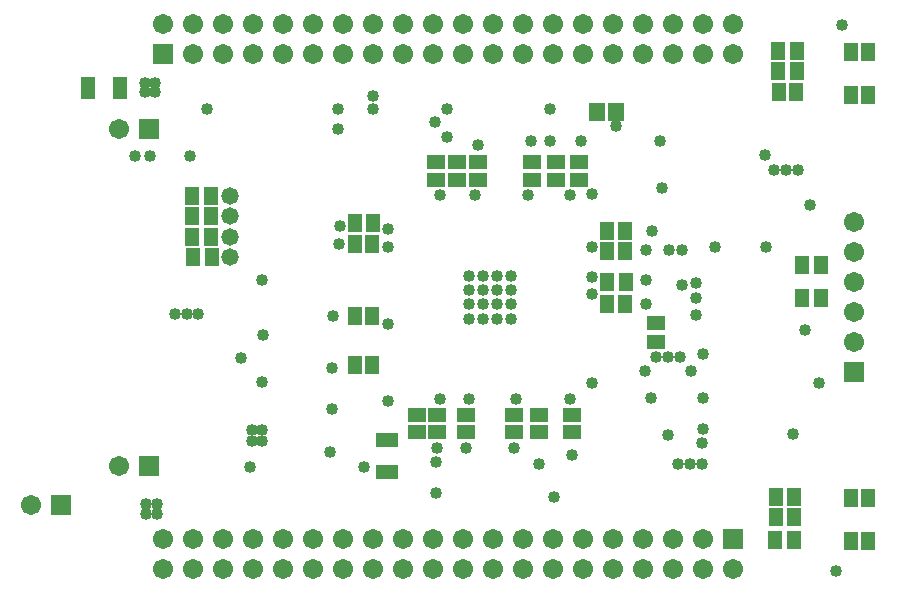
<source format=gbs>
%FSLAX24Y24*%
%MOIN*%
G70*
G01*
G75*
G04 Layer_Color=16711935*
%ADD10C,0.0100*%
%ADD11R,0.0512X0.0394*%
%ADD12O,0.0984X0.0276*%
%ADD13R,0.0394X0.0512*%
%ADD14R,0.0551X0.0433*%
%ADD15R,0.0433X0.0551*%
%ADD16R,0.0512X0.0591*%
%ADD17R,0.1299X0.1063*%
%ADD18R,0.0394X0.1063*%
%ADD19R,0.0472X0.0551*%
%ADD20R,0.0551X0.0630*%
%ADD21R,0.0500X0.0300*%
%ADD22O,0.0118X0.0827*%
%ADD23O,0.0827X0.0118*%
%ADD24R,0.1693X0.1693*%
%ADD25C,0.0200*%
%ADD26C,0.0300*%
%ADD27C,0.0250*%
%ADD28C,0.0600*%
%ADD29C,0.0400*%
%ADD30C,0.0150*%
%ADD31C,0.0079*%
%ADD32R,0.1830X0.1120*%
%ADD33R,0.2080X0.2124*%
%ADD34R,0.0790X0.5280*%
%ADD35R,0.0810X0.1960*%
%ADD36R,0.1310X0.3350*%
%ADD37R,0.1010X0.0210*%
%ADD38R,0.1490X0.1470*%
%ADD39R,0.0370X0.4820*%
%ADD40R,0.0770X0.0910*%
%ADD41R,0.0920X0.5210*%
%ADD42R,0.1260X0.1830*%
%ADD43R,0.1490X0.6150*%
%ADD44R,0.3870X0.4260*%
%ADD45R,0.1270X0.5300*%
%ADD46R,0.1950X0.1110*%
%ADD47R,0.2270X0.0510*%
%ADD48R,0.0780X0.2500*%
%ADD49R,0.1520X0.0820*%
%ADD50R,0.1890X0.1040*%
%ADD51R,0.3710X0.3070*%
%ADD52R,0.1740X0.1110*%
%ADD53R,0.1460X0.3920*%
%ADD54R,0.2270X0.3010*%
%ADD55R,0.0820X0.6210*%
%ADD56R,0.0810X0.5750*%
%ADD57R,0.1610X0.3230*%
%ADD58R,0.0810X0.1040*%
%ADD59R,0.0470X0.5180*%
%ADD60R,0.1430X0.1840*%
%ADD61R,0.1550X0.2090*%
%ADD62R,0.1370X0.4960*%
%ADD63R,0.0720X0.4310*%
%ADD64R,0.4940X0.1510*%
%ADD65R,0.0710X0.2250*%
%ADD66R,0.4950X0.2010*%
%ADD67R,0.1150X1.2100*%
%ADD68R,0.1490X0.7050*%
%ADD69R,0.0640X0.1540*%
%ADD70R,0.1130X0.1610*%
%ADD71R,0.3340X0.1210*%
%ADD72R,0.1110X0.1490*%
%ADD73R,0.1390X0.1590*%
%ADD74R,0.3241X0.0974*%
%ADD75R,0.1470X0.0847*%
%ADD76R,0.1260X0.9560*%
%ADD77R,0.1100X0.3420*%
%ADD78R,0.1180X0.0590*%
%ADD79R,0.0830X0.3230*%
%ADD80R,0.1820X0.0900*%
%ADD81R,0.0850X0.1900*%
%ADD82R,0.1770X0.0950*%
%ADD83R,0.0591X0.0591*%
%ADD84C,0.0591*%
%ADD85R,0.0591X0.0591*%
%ADD86C,0.0320*%
%ADD87C,0.0500*%
%ADD88R,0.0413X0.0551*%
%ADD89R,0.0669X0.0433*%
%ADD90R,0.0433X0.0669*%
%ADD91R,0.5810X0.0400*%
%ADD92R,0.1370X0.1190*%
%ADD93R,0.0260X0.2940*%
%ADD94R,0.0610X0.3620*%
%ADD95R,0.1330X0.0650*%
%ADD96R,0.0400X0.4480*%
%ADD97R,0.2410X0.0450*%
%ADD98R,0.0890X0.3400*%
%ADD99R,0.6880X0.0610*%
%ADD100R,0.1880X0.3480*%
%ADD101R,0.7920X0.0350*%
%ADD102R,0.0310X0.3890*%
%ADD103R,0.0890X0.0960*%
%ADD104R,0.2450X0.2860*%
%ADD105R,0.0960X0.0910*%
%ADD106R,0.2300X0.1250*%
%ADD107R,0.1320X0.0920*%
%ADD108R,0.1430X0.0570*%
%ADD109R,0.0600X0.2880*%
%ADD110R,0.1560X0.1200*%
%ADD111R,0.0510X0.2190*%
%ADD112R,0.0810X0.0450*%
%ADD113R,0.8040X0.0410*%
%ADD114R,0.1080X0.2300*%
%ADD115R,0.0530X0.1260*%
%ADD116R,0.0690X0.1090*%
%ADD117R,0.3970X0.0570*%
%ADD118R,0.0670X0.1760*%
%ADD119R,0.2440X0.1760*%
%ADD120R,0.3080X0.1760*%
%ADD121R,0.3360X0.3810*%
%ADD122R,0.3950X0.2010*%
%ADD123R,0.5290X0.1430*%
%ADD124R,0.1080X0.1370*%
%ADD125R,0.4870X0.0400*%
%ADD126R,0.3310X0.0720*%
%ADD127R,0.0640X0.3170*%
%ADD128R,1.4780X0.0490*%
%ADD129R,0.8680X0.0890*%
%ADD130R,0.2310X0.1210*%
%ADD131R,0.0660X0.7140*%
%ADD132R,0.3910X0.1760*%
%ADD133R,0.1190X0.4160*%
%ADD134R,0.6620X0.0690*%
%ADD135R,0.1720X0.3830*%
%ADD136R,0.0560X0.2760*%
%ADD137R,0.6730X0.0390*%
%ADD138R,0.2390X0.0640*%
%ADD139R,0.4150X0.0630*%
%ADD140R,0.5920X0.0470*%
%ADD141R,0.3050X0.2190*%
%ADD142R,0.0600X0.1180*%
%ADD143R,0.0840X0.2610*%
%ADD144R,0.4730X0.1350*%
%ADD145R,0.1830X1.0120*%
%ADD146R,0.2560X0.0720*%
%ADD147R,0.2990X0.2490*%
%ADD148R,0.1090X0.5830*%
%ADD149R,0.8340X0.8340*%
%ADD150R,0.3240X0.0960*%
%ADD151R,0.2210X0.1000*%
%ADD152R,0.1070X0.0400*%
%ADD153R,0.0610X0.1460*%
%ADD154R,0.0460X0.1390*%
%ADD155R,0.3240X0.0430*%
%ADD156R,0.0570X0.1510*%
%ADD157R,0.1660X0.0570*%
%ADD158R,0.2810X0.2110*%
%ADD159R,0.0630X0.1380*%
%ADD160R,0.1810X0.0340*%
%ADD161R,0.7090X0.0860*%
%ADD162R,0.1020X0.1410*%
%ADD163R,0.3440X0.0470*%
%ADD164R,0.0670X0.1580*%
%ADD165R,0.0560X0.6510*%
%ADD166R,2.0860X0.0750*%
%ADD167R,0.1230X0.1040*%
%ADD168R,0.1030X0.1670*%
%ADD169R,0.1220X0.0770*%
%ADD170R,0.0490X0.1560*%
%ADD171R,0.1030X0.1940*%
%ADD172R,0.0940X0.1560*%
%ADD173C,0.0098*%
%ADD174C,0.0236*%
%ADD175C,0.0080*%
%ADD176R,0.0592X0.0474*%
%ADD177O,0.1064X0.0356*%
%ADD178R,0.0474X0.0592*%
%ADD179R,0.0631X0.0513*%
%ADD180R,0.0513X0.0631*%
%ADD181R,0.0592X0.0671*%
%ADD182R,0.1379X0.1143*%
%ADD183R,0.0474X0.1143*%
%ADD184R,0.0552X0.0631*%
%ADD185R,0.0631X0.0710*%
%ADD186R,0.0580X0.0380*%
%ADD187O,0.0198X0.0907*%
%ADD188O,0.0907X0.0198*%
%ADD189R,0.1773X0.1773*%
%ADD190R,0.0671X0.0671*%
%ADD191C,0.0671*%
%ADD192R,0.0671X0.0671*%
%ADD193C,0.0400*%
%ADD194C,0.0580*%
%ADD195R,0.0493X0.0631*%
%ADD196R,0.0749X0.0513*%
%ADD197R,0.0513X0.0749*%
D176*
X21980Y8165D02*
D03*
Y8795D02*
D03*
D178*
X20965Y10170D02*
D03*
X20335D02*
D03*
X6535Y11000D02*
D03*
X7165D02*
D03*
X6525Y11670D02*
D03*
X7155D02*
D03*
X6505Y12350D02*
D03*
X7135D02*
D03*
X6505Y13040D02*
D03*
X7135D02*
D03*
X26045Y17860D02*
D03*
X26675D02*
D03*
X26585Y1570D02*
D03*
X25955D02*
D03*
X26835Y10720D02*
D03*
X27465D02*
D03*
X27465Y9640D02*
D03*
X26835D02*
D03*
X25965Y2320D02*
D03*
X26595D02*
D03*
X26040Y17183D02*
D03*
X26670D02*
D03*
D179*
X19410Y13565D02*
D03*
Y14155D02*
D03*
X18630Y13565D02*
D03*
Y14155D02*
D03*
X17850Y13565D02*
D03*
Y14155D02*
D03*
X16050Y13565D02*
D03*
Y14155D02*
D03*
X15345Y13565D02*
D03*
Y14155D02*
D03*
X14640Y13565D02*
D03*
Y14155D02*
D03*
X19190Y5735D02*
D03*
Y5145D02*
D03*
X18070Y5735D02*
D03*
Y5145D02*
D03*
X17230Y5735D02*
D03*
Y5145D02*
D03*
X15660Y5735D02*
D03*
Y5145D02*
D03*
X14670Y5735D02*
D03*
Y5145D02*
D03*
X14000Y5735D02*
D03*
Y5145D02*
D03*
D180*
X12525Y7386D02*
D03*
X11935D02*
D03*
X12522Y9037D02*
D03*
X11932D02*
D03*
X12528Y11423D02*
D03*
X11937D02*
D03*
X12531Y12123D02*
D03*
X11941D02*
D03*
X20355Y11860D02*
D03*
X20945D02*
D03*
X20355Y11190D02*
D03*
X20945D02*
D03*
X20355Y9440D02*
D03*
X20945D02*
D03*
X26065Y16500D02*
D03*
X26655D02*
D03*
X25975Y3000D02*
D03*
X26565D02*
D03*
D184*
X20005Y15820D02*
D03*
X20635D02*
D03*
D190*
X24550Y1600D02*
D03*
X2160Y2740D02*
D03*
X5095Y4024D02*
D03*
X5095Y15273D02*
D03*
X5550Y17750D02*
D03*
D191*
X24550Y600D02*
D03*
X23550Y1600D02*
D03*
Y600D02*
D03*
X22550Y1600D02*
D03*
Y600D02*
D03*
X21550Y1600D02*
D03*
Y600D02*
D03*
X20550Y1600D02*
D03*
Y600D02*
D03*
X19550Y1600D02*
D03*
Y600D02*
D03*
X18550Y1600D02*
D03*
Y600D02*
D03*
X17550Y1600D02*
D03*
Y600D02*
D03*
X16550Y1600D02*
D03*
Y600D02*
D03*
X15550Y1600D02*
D03*
Y600D02*
D03*
X14550Y1600D02*
D03*
Y600D02*
D03*
X13550Y1600D02*
D03*
Y600D02*
D03*
X12550Y1600D02*
D03*
Y600D02*
D03*
X11550Y1600D02*
D03*
Y600D02*
D03*
X10550Y1600D02*
D03*
Y600D02*
D03*
X9550Y1600D02*
D03*
Y600D02*
D03*
X8550Y1600D02*
D03*
Y600D02*
D03*
X7550Y1600D02*
D03*
Y600D02*
D03*
X6550Y1600D02*
D03*
Y600D02*
D03*
X5550Y1600D02*
D03*
Y600D02*
D03*
X1160Y2740D02*
D03*
X4095Y4024D02*
D03*
X28580Y8150D02*
D03*
Y9150D02*
D03*
Y10150D02*
D03*
Y11150D02*
D03*
Y12150D02*
D03*
X4095Y15273D02*
D03*
X5550Y18750D02*
D03*
X6550Y17750D02*
D03*
Y18750D02*
D03*
X7550Y17750D02*
D03*
Y18750D02*
D03*
X8550Y17750D02*
D03*
Y18750D02*
D03*
X9550Y17750D02*
D03*
Y18750D02*
D03*
X10550Y17750D02*
D03*
Y18750D02*
D03*
X11550Y17750D02*
D03*
Y18750D02*
D03*
X12550Y17750D02*
D03*
Y18750D02*
D03*
X13550Y17750D02*
D03*
Y18750D02*
D03*
X14550Y17750D02*
D03*
Y18750D02*
D03*
X15550Y17750D02*
D03*
Y18750D02*
D03*
X16550Y17750D02*
D03*
Y18750D02*
D03*
X17550Y17750D02*
D03*
Y18750D02*
D03*
X18550Y17750D02*
D03*
Y18750D02*
D03*
X19550Y17750D02*
D03*
Y18750D02*
D03*
X20550Y17750D02*
D03*
Y18750D02*
D03*
X21550Y17750D02*
D03*
Y18750D02*
D03*
X22550Y17750D02*
D03*
Y18750D02*
D03*
X23550Y17750D02*
D03*
Y18750D02*
D03*
X24550Y17750D02*
D03*
Y18750D02*
D03*
D192*
X28580Y7150D02*
D03*
D193*
X8870Y8410D02*
D03*
X8840Y6840D02*
D03*
X6710Y9110D02*
D03*
X6335D02*
D03*
X5960D02*
D03*
X22420Y11230D02*
D03*
X22850D02*
D03*
X27120Y12720D02*
D03*
X21820Y6290D02*
D03*
X22375Y5075D02*
D03*
X22170Y13280D02*
D03*
X25600Y14390D02*
D03*
X22110Y14850D02*
D03*
X27420Y6780D02*
D03*
X26930Y8550D02*
D03*
X26560Y5090D02*
D03*
X20630Y15360D02*
D03*
X11110Y4480D02*
D03*
X8460Y4010D02*
D03*
X15020Y15940D02*
D03*
X14600Y15480D02*
D03*
X12530Y15940D02*
D03*
X15020Y15000D02*
D03*
X11370Y15919D02*
D03*
Y15270D02*
D03*
X6440Y14350D02*
D03*
X4930Y16800D02*
D03*
Y16480D02*
D03*
X5290Y16800D02*
D03*
X11180Y7300D02*
D03*
X12260Y4010D02*
D03*
X8840Y4870D02*
D03*
Y5230D02*
D03*
Y10230D02*
D03*
X4600Y14350D02*
D03*
X7000Y15919D02*
D03*
X23310Y10120D02*
D03*
Y9640D02*
D03*
Y9060D02*
D03*
X25660Y11320D02*
D03*
X25920Y13910D02*
D03*
X26320D02*
D03*
X26710D02*
D03*
X23960Y11320D02*
D03*
X19190Y4400D02*
D03*
X18570Y3010D02*
D03*
X19490Y14850D02*
D03*
X18430Y15940D02*
D03*
X12530Y16350D02*
D03*
X14630Y4150D02*
D03*
X21840Y11860D02*
D03*
X5124Y14350D02*
D03*
X16050Y14720D02*
D03*
X17820Y14850D02*
D03*
X18430D02*
D03*
X11180Y5920D02*
D03*
X5290Y16480D02*
D03*
X23520Y4800D02*
D03*
X23530Y5270D02*
D03*
X21600Y7180D02*
D03*
X23140D02*
D03*
X22700Y4090D02*
D03*
X23500D02*
D03*
X23100D02*
D03*
X22380Y7660D02*
D03*
X21980D02*
D03*
X21660Y10240D02*
D03*
Y11230D02*
D03*
X22780Y7660D02*
D03*
X23530Y6280D02*
D03*
Y7760D02*
D03*
X17230Y4620D02*
D03*
X15660D02*
D03*
X14670D02*
D03*
X11207Y9037D02*
D03*
X21660Y9440D02*
D03*
X22860Y10050D02*
D03*
X11430Y12020D02*
D03*
X11420Y11420D02*
D03*
X18070Y4090D02*
D03*
X14630Y3120D02*
D03*
X5340Y2750D02*
D03*
Y2430D02*
D03*
X4980D02*
D03*
Y2750D02*
D03*
X8510Y5230D02*
D03*
Y4870D02*
D03*
X28174Y18714D02*
D03*
X27974Y534D02*
D03*
X17149Y8941D02*
D03*
X16676D02*
D03*
X16204D02*
D03*
X15731D02*
D03*
X17149Y9414D02*
D03*
X16676Y9414D02*
D03*
X16204D02*
D03*
X15731D02*
D03*
X17149Y9886D02*
D03*
X16676D02*
D03*
X16204D02*
D03*
X15731D02*
D03*
X17149Y10359D02*
D03*
X16676D02*
D03*
X16204D02*
D03*
X15731D02*
D03*
X14767Y6247D02*
D03*
X15751Y6251D02*
D03*
X17326Y6246D02*
D03*
X19097Y6247D02*
D03*
X19846Y6796D02*
D03*
X19838Y9748D02*
D03*
X19839Y10339D02*
D03*
X19843Y11323D02*
D03*
X19845Y13095D02*
D03*
X19097Y13053D02*
D03*
X17720Y13050D02*
D03*
X15948Y13052D02*
D03*
X14767Y13053D02*
D03*
X13036Y11914D02*
D03*
X13037Y11323D02*
D03*
X13036Y8764D02*
D03*
X13045Y6205D02*
D03*
X8150Y7630D02*
D03*
D194*
X7780Y13040D02*
D03*
Y12350D02*
D03*
Y11670D02*
D03*
Y11000D02*
D03*
D195*
X28488Y17812D02*
D03*
X29059D02*
D03*
X28488Y16394D02*
D03*
X29059D02*
D03*
Y1538D02*
D03*
X28488D02*
D03*
X29059Y2956D02*
D03*
X28488D02*
D03*
D196*
X13000Y4891D02*
D03*
Y3828D02*
D03*
D197*
X3049Y16640D02*
D03*
X4112D02*
D03*
M02*

</source>
